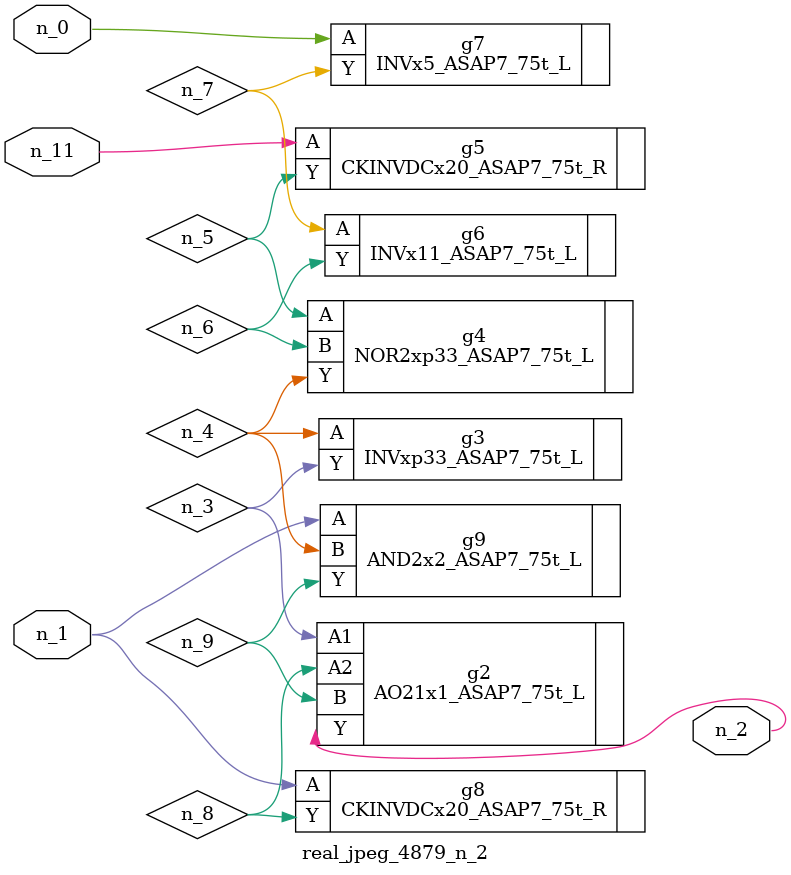
<source format=v>
module real_jpeg_4879_n_2 (n_1, n_11, n_0, n_2);

input n_1;
input n_11;
input n_0;

output n_2;

wire n_5;
wire n_8;
wire n_4;
wire n_6;
wire n_7;
wire n_3;
wire n_9;

INVx5_ASAP7_75t_L g7 ( 
.A(n_0),
.Y(n_7)
);

CKINVDCx20_ASAP7_75t_R g8 ( 
.A(n_1),
.Y(n_8)
);

AND2x2_ASAP7_75t_L g9 ( 
.A(n_1),
.B(n_4),
.Y(n_9)
);

AO21x1_ASAP7_75t_L g2 ( 
.A1(n_3),
.A2(n_8),
.B(n_9),
.Y(n_2)
);

INVxp33_ASAP7_75t_L g3 ( 
.A(n_4),
.Y(n_3)
);

NOR2xp33_ASAP7_75t_L g4 ( 
.A(n_5),
.B(n_6),
.Y(n_4)
);

INVx11_ASAP7_75t_L g6 ( 
.A(n_7),
.Y(n_6)
);

CKINVDCx20_ASAP7_75t_R g5 ( 
.A(n_11),
.Y(n_5)
);


endmodule
</source>
